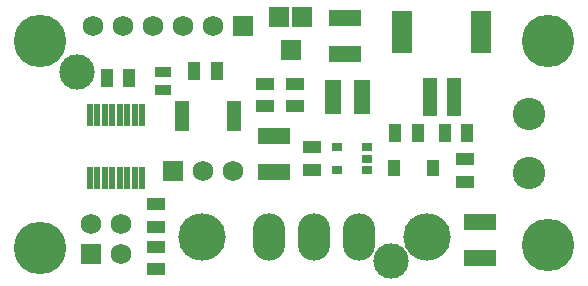
<source format=gts>
G04 (created by PCBNEW (2013-04-19 BZR 4011)-stable) date 13/08/2014 13:04:38*
%MOIN*%
G04 Gerber Fmt 3.4, Leading zero omitted, Abs format*
%FSLAX34Y34*%
G01*
G70*
G90*
G04 APERTURE LIST*
%ADD10C,0*%
%ADD11R,0.108X0.058*%
%ADD12R,0.063X0.043*%
%ADD13R,0.043X0.063*%
%ADD14R,0.0438X0.056*%
%ADD15C,0.11811*%
%ADD16O,0.108X0.158*%
%ADD17C,0.158*%
%ADD18R,0.0670551X0.0670551*%
%ADD19R,0.068X0.068*%
%ADD20C,0.068*%
%ADD21R,0.053X0.033*%
%ADD22R,0.038X0.028*%
%ADD23C,0.108*%
%ADD24C,0.175*%
%ADD25R,0.0474X0.0186*%
%ADD26R,0.024X0.073*%
%ADD27R,0.0552441X0.114299*%
%ADD28R,0.0473701X0.12611*%
%ADD29R,0.0670551X0.141858*%
G04 APERTURE END LIST*
G54D10*
G54D11*
X67007Y-44714D03*
X67007Y-45914D03*
G54D12*
X60866Y-40847D03*
X60866Y-40097D03*
X59842Y-40847D03*
X59842Y-40097D03*
G54D13*
X57499Y-39685D03*
X58249Y-39685D03*
G54D14*
X64159Y-42913D03*
X65447Y-42913D03*
G54D12*
X61417Y-42973D03*
X61417Y-42223D03*
X56220Y-45530D03*
X56220Y-46280D03*
X66535Y-42617D03*
X66535Y-43367D03*
G54D13*
X64941Y-41732D03*
X64191Y-41732D03*
G54D15*
X64055Y-46023D03*
X53582Y-39724D03*
G54D16*
X59996Y-45196D03*
X61496Y-45196D03*
X62996Y-45196D03*
G54D17*
X57746Y-45196D03*
X65246Y-45196D03*
G54D18*
X60708Y-38976D03*
X60334Y-37874D03*
X61082Y-37874D03*
G54D19*
X56795Y-42992D03*
G54D20*
X57795Y-42992D03*
X58795Y-42992D03*
G54D19*
X54066Y-45775D03*
G54D20*
X54066Y-44775D03*
X55066Y-45775D03*
X55066Y-44775D03*
G54D19*
X59114Y-38188D03*
G54D20*
X58114Y-38188D03*
X57114Y-38188D03*
X56114Y-38188D03*
X55114Y-38188D03*
X54114Y-38188D03*
G54D13*
X55335Y-39921D03*
X54585Y-39921D03*
X65845Y-41732D03*
X66595Y-41732D03*
G54D11*
X60157Y-43040D03*
X60157Y-41840D03*
X62519Y-39103D03*
X62519Y-37903D03*
G54D21*
X56456Y-40300D03*
X56456Y-39700D03*
G54D12*
X56220Y-44113D03*
X56220Y-44863D03*
G54D22*
X63255Y-42973D03*
X63255Y-42223D03*
X62255Y-42973D03*
X63255Y-42598D03*
X62255Y-42223D03*
G54D23*
X68661Y-41102D03*
X68661Y-43070D03*
G54D24*
X52362Y-38673D03*
X52362Y-45562D03*
X69291Y-45484D03*
X69291Y-38673D03*
G54D25*
X58827Y-41581D03*
X58827Y-41381D03*
X58827Y-41181D03*
X58827Y-40981D03*
X58827Y-40781D03*
X57077Y-40781D03*
X57077Y-40981D03*
X57077Y-41181D03*
X57077Y-41381D03*
X57077Y-41581D03*
G54D26*
X55006Y-41154D03*
X54756Y-41154D03*
X54506Y-41154D03*
X54256Y-41154D03*
X55756Y-43254D03*
X55756Y-41154D03*
X55506Y-41154D03*
X55256Y-41154D03*
X54006Y-43254D03*
X54256Y-43254D03*
X54506Y-43254D03*
X54756Y-43254D03*
X55006Y-43254D03*
X55256Y-43254D03*
X54006Y-41154D03*
X55506Y-43254D03*
G54D27*
X62125Y-40551D03*
X63070Y-40551D03*
G54D28*
X65354Y-40551D03*
X66141Y-40551D03*
G54D29*
X64429Y-38385D03*
X67066Y-38385D03*
M02*

</source>
